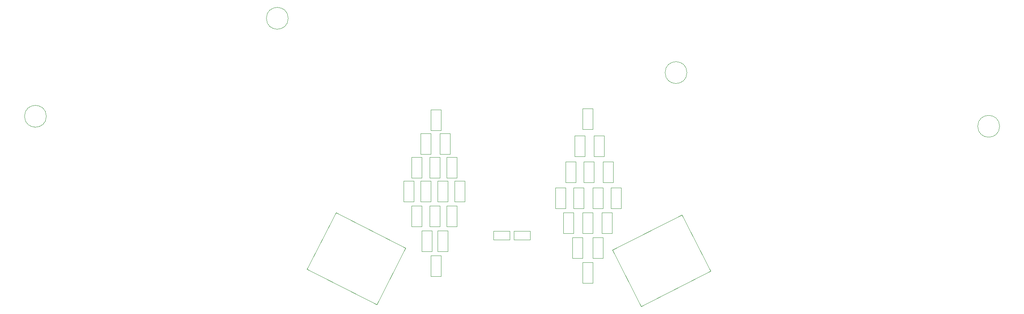
<source format=gbr>
%TF.GenerationSoftware,KiCad,Pcbnew,(6.0.4)*%
%TF.CreationDate,2022-08-24T00:31:51+02:00*%
%TF.ProjectId,Asfoora,4173666f-6f72-4612-9e6b-696361645f70,rev?*%
%TF.SameCoordinates,Original*%
%TF.FileFunction,Other,User*%
%FSLAX46Y46*%
G04 Gerber Fmt 4.6, Leading zero omitted, Abs format (unit mm)*
G04 Created by KiCad (PCBNEW (6.0.4)) date 2022-08-24 00:31:51*
%MOMM*%
%LPD*%
G01*
G04 APERTURE LIST*
%ADD10C,0.050000*%
G04 APERTURE END LIST*
D10*
%TO.C,D27*%
X171330000Y-107760000D02*
X169030000Y-107760000D01*
X171330000Y-103060000D02*
X171330000Y-107760000D01*
X171330000Y-103060000D02*
X169030000Y-103060000D01*
X169030000Y-107760000D02*
X169030000Y-103060000D01*
%TO.C,R1*%
X149042000Y-109154000D02*
X149042000Y-107254000D01*
X152742000Y-107254000D02*
X152742000Y-109154000D01*
X149042000Y-107254000D02*
X152742000Y-107254000D01*
X152742000Y-109154000D02*
X149042000Y-109154000D01*
%TO.C,D16*%
X137294000Y-117412000D02*
X134994000Y-117412000D01*
X134994000Y-117412000D02*
X134994000Y-112712000D01*
X137294000Y-112712000D02*
X134994000Y-112712000D01*
X137294000Y-112712000D02*
X137294000Y-117412000D01*
%TO.C,D7*%
X135008000Y-95948000D02*
X132708000Y-95948000D01*
X135008000Y-95948000D02*
X135008000Y-100648000D01*
X135008000Y-100648000D02*
X132708000Y-100648000D01*
X132708000Y-100648000D02*
X132708000Y-95948000D01*
%TO.C,D2*%
X135008000Y-85280000D02*
X135008000Y-89980000D01*
X132708000Y-89980000D02*
X132708000Y-85280000D01*
X135008000Y-85280000D02*
X132708000Y-85280000D01*
X135008000Y-89980000D02*
X132708000Y-89980000D01*
%TO.C,*%
X192442000Y-71628000D02*
G75*
G03*
X192442000Y-71628000I-2450000J0D01*
G01*
%TO.C,D29*%
X165234000Y-97472000D02*
X162934000Y-97472000D01*
X162934000Y-102172000D02*
X162934000Y-97472000D01*
X165234000Y-102172000D02*
X162934000Y-102172000D01*
X165234000Y-97472000D02*
X165234000Y-102172000D01*
%TO.C,D21*%
X169552000Y-85788000D02*
X167252000Y-85788000D01*
X169552000Y-85788000D02*
X169552000Y-90488000D01*
X169552000Y-90488000D02*
X167252000Y-90488000D01*
X167252000Y-90488000D02*
X167252000Y-85788000D01*
%TO.C,D20*%
X177680000Y-102172000D02*
X175380000Y-102172000D01*
X177680000Y-97472000D02*
X177680000Y-102172000D01*
X177680000Y-97472000D02*
X175380000Y-97472000D01*
X175380000Y-102172000D02*
X175380000Y-97472000D01*
%TO.C,*%
X48798000Y-81440000D02*
G75*
G03*
X48798000Y-81440000I-2450000J0D01*
G01*
%TO.C,D23*%
X173616000Y-97472000D02*
X171316000Y-97472000D01*
X171316000Y-102172000D02*
X171316000Y-97472000D01*
X173616000Y-102172000D02*
X171316000Y-102172000D01*
X173616000Y-97472000D02*
X173616000Y-102172000D01*
%TO.C,D13*%
X142628000Y-95948000D02*
X142628000Y-100648000D01*
X142628000Y-100648000D02*
X140328000Y-100648000D01*
X142628000Y-95948000D02*
X140328000Y-95948000D01*
X140328000Y-100648000D02*
X140328000Y-95948000D01*
%TO.C,SW16*%
X175694552Y-111493263D02*
X182141217Y-124145556D01*
X175694552Y-111493263D02*
X191287166Y-103548429D01*
X197733831Y-116200722D02*
X182141217Y-124145556D01*
X197733831Y-116200722D02*
X191287166Y-103548429D01*
%TO.C,D3*%
X132976000Y-90614000D02*
X130676000Y-90614000D01*
X132976000Y-95314000D02*
X130676000Y-95314000D01*
X130676000Y-95314000D02*
X130676000Y-90614000D01*
X132976000Y-90614000D02*
X132976000Y-95314000D01*
%TO.C,D24*%
X173348000Y-107760000D02*
X173348000Y-103060000D01*
X175648000Y-107760000D02*
X173348000Y-107760000D01*
X175648000Y-103060000D02*
X173348000Y-103060000D01*
X175648000Y-103060000D02*
X175648000Y-107760000D01*
%TO.C,R2*%
X153614000Y-109154000D02*
X153614000Y-107254000D01*
X153614000Y-107254000D02*
X157314000Y-107254000D01*
X157314000Y-107254000D02*
X157314000Y-109154000D01*
X157314000Y-109154000D02*
X153614000Y-109154000D01*
%TO.C,D9*%
X140850000Y-95314000D02*
X138550000Y-95314000D01*
X140850000Y-90614000D02*
X138550000Y-90614000D01*
X138550000Y-95314000D02*
X138550000Y-90614000D01*
X140850000Y-90614000D02*
X140850000Y-95314000D01*
%TO.C,D18*%
X173870000Y-85788000D02*
X171570000Y-85788000D01*
X173870000Y-85788000D02*
X173870000Y-90488000D01*
X171570000Y-90488000D02*
X171570000Y-85788000D01*
X173870000Y-90488000D02*
X171570000Y-90488000D01*
%TO.C,D5*%
X139326000Y-85280000D02*
X137026000Y-85280000D01*
X139326000Y-85280000D02*
X139326000Y-89980000D01*
X137026000Y-89980000D02*
X137026000Y-85280000D01*
X139326000Y-89980000D02*
X137026000Y-89980000D01*
%TO.C,D6*%
X137040000Y-95314000D02*
X134740000Y-95314000D01*
X137040000Y-90614000D02*
X137040000Y-95314000D01*
X137040000Y-90614000D02*
X134740000Y-90614000D01*
X134740000Y-95314000D02*
X134740000Y-90614000D01*
%TO.C,D12*%
X132962000Y-111824000D02*
X132962000Y-107124000D01*
X135262000Y-107124000D02*
X132962000Y-107124000D01*
X135262000Y-111824000D02*
X132962000Y-111824000D01*
X135262000Y-107124000D02*
X135262000Y-111824000D01*
%TO.C,D30*%
X167012000Y-103060000D02*
X164712000Y-103060000D01*
X167012000Y-103060000D02*
X167012000Y-107760000D01*
X167012000Y-107760000D02*
X164712000Y-107760000D01*
X164712000Y-107760000D02*
X164712000Y-103060000D01*
%TO.C,D4*%
X128898000Y-100648000D02*
X128898000Y-95948000D01*
X131198000Y-95948000D02*
X131198000Y-100648000D01*
X131198000Y-100648000D02*
X128898000Y-100648000D01*
X131198000Y-95948000D02*
X128898000Y-95948000D01*
%TO.C,SW1*%
X122870965Y-123696105D02*
X107278351Y-115751271D01*
X113725016Y-103098978D02*
X107278351Y-115751271D01*
X122870965Y-123696105D02*
X129317630Y-111043812D01*
X113725016Y-103098978D02*
X129317630Y-111043812D01*
%TO.C,D8*%
X132976000Y-106236000D02*
X130676000Y-106236000D01*
X130676000Y-106236000D02*
X130676000Y-101536000D01*
X132976000Y-101536000D02*
X130676000Y-101536000D01*
X132976000Y-101536000D02*
X132976000Y-106236000D01*
%TO.C,D1*%
X137294000Y-79946000D02*
X134994000Y-79946000D01*
X134994000Y-84646000D02*
X134994000Y-79946000D01*
X137294000Y-84646000D02*
X134994000Y-84646000D01*
X137294000Y-79946000D02*
X137294000Y-84646000D01*
%TO.C,*%
X103034000Y-59436000D02*
G75*
G03*
X103034000Y-59436000I-2450000J0D01*
G01*
%TO.C,D14*%
X140850000Y-101536000D02*
X140850000Y-106236000D01*
X140850000Y-101536000D02*
X138550000Y-101536000D01*
X138550000Y-106236000D02*
X138550000Y-101536000D01*
X140850000Y-106236000D02*
X138550000Y-106236000D01*
%TO.C,D19*%
X175902000Y-91630000D02*
X173602000Y-91630000D01*
X175902000Y-91630000D02*
X175902000Y-96330000D01*
X175902000Y-96330000D02*
X173602000Y-96330000D01*
X173602000Y-96330000D02*
X173602000Y-91630000D01*
%TO.C,D15*%
X138818000Y-107124000D02*
X136518000Y-107124000D01*
X138818000Y-111824000D02*
X136518000Y-111824000D01*
X138818000Y-107124000D02*
X138818000Y-111824000D01*
X136518000Y-111824000D02*
X136518000Y-107124000D01*
%TO.C,D17*%
X171330000Y-79692000D02*
X169030000Y-79692000D01*
X171330000Y-84392000D02*
X169030000Y-84392000D01*
X169030000Y-84392000D02*
X169030000Y-79692000D01*
X171330000Y-79692000D02*
X171330000Y-84392000D01*
%TO.C,D10*%
X136518000Y-100648000D02*
X136518000Y-95948000D01*
X138818000Y-95948000D02*
X138818000Y-100648000D01*
X138818000Y-95948000D02*
X136518000Y-95948000D01*
X138818000Y-100648000D02*
X136518000Y-100648000D01*
%TO.C,D31*%
X169044000Y-108648000D02*
X166744000Y-108648000D01*
X169044000Y-108648000D02*
X169044000Y-113348000D01*
X166744000Y-113348000D02*
X166744000Y-108648000D01*
X169044000Y-113348000D02*
X166744000Y-113348000D01*
%TO.C,D11*%
X137040000Y-101536000D02*
X134740000Y-101536000D01*
X137040000Y-101536000D02*
X137040000Y-106236000D01*
X137040000Y-106236000D02*
X134740000Y-106236000D01*
X134740000Y-106236000D02*
X134740000Y-101536000D01*
%TO.C,D32*%
X169030000Y-118936000D02*
X169030000Y-114236000D01*
X171330000Y-114236000D02*
X171330000Y-118936000D01*
X171330000Y-114236000D02*
X169030000Y-114236000D01*
X171330000Y-118936000D02*
X169030000Y-118936000D01*
%TO.C,D22*%
X169284000Y-96330000D02*
X169284000Y-91630000D01*
X171584000Y-96330000D02*
X169284000Y-96330000D01*
X171584000Y-91630000D02*
X169284000Y-91630000D01*
X171584000Y-91630000D02*
X171584000Y-96330000D01*
%TO.C,D26*%
X169298000Y-97472000D02*
X169298000Y-102172000D01*
X169298000Y-97472000D02*
X166998000Y-97472000D01*
X169298000Y-102172000D02*
X166998000Y-102172000D01*
X166998000Y-102172000D02*
X166998000Y-97472000D01*
%TO.C,D25*%
X167520000Y-91630000D02*
X167520000Y-96330000D01*
X165220000Y-96330000D02*
X165220000Y-91630000D01*
X167520000Y-96330000D02*
X165220000Y-96330000D01*
X167520000Y-91630000D02*
X165220000Y-91630000D01*
%TO.C,D28*%
X173616000Y-108648000D02*
X173616000Y-113348000D01*
X173616000Y-113348000D02*
X171316000Y-113348000D01*
X171316000Y-113348000D02*
X171316000Y-108648000D01*
X173616000Y-108648000D02*
X171316000Y-108648000D01*
%TO.C,*%
X262548000Y-83690000D02*
G75*
G03*
X262548000Y-83690000I-2450000J0D01*
G01*
%TD*%
M02*

</source>
